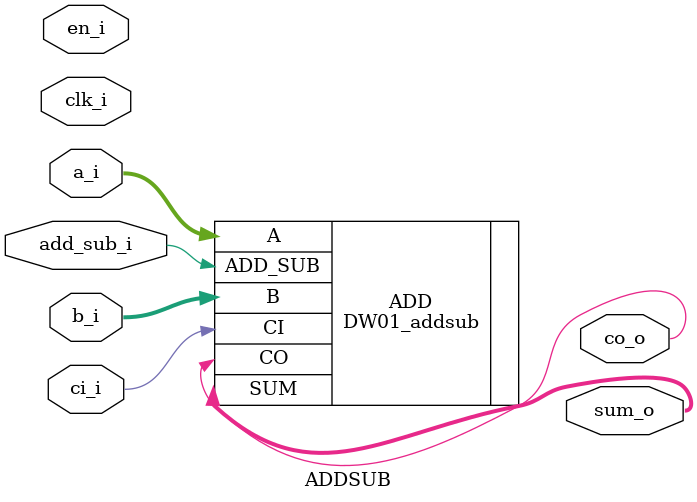
<source format=sv>
/*
###########################################
# Title:  ADDSUB.sv
# Author: Michal Gorywoda
# Date:   29.02.2024
###########################################
*/
module ADDSUB #(
    parameter DATA_WIDTH = 32
)(
    input                       clk_i,
    input                       en_i,
    input [DATA_WIDTH-1:0]      a_i,
    input [DATA_WIDTH-1:0]      b_i,
    input                       ci_i,
    input                       add_sub_i,
    output [DATA_WIDTH-1:0]     sum_o,
    output                      co_o
);




DW01_addsub #(
    .width(DATA_WIDTH)
)   ADD ( 
    .A(a_i), 
    .B(b_i), 
    .CI(ci_i), 
    .ADD_SUB(add_sub_i),
    .SUM(sum_o), 
    .CO(co_o) 
    );

endmodule
</source>
